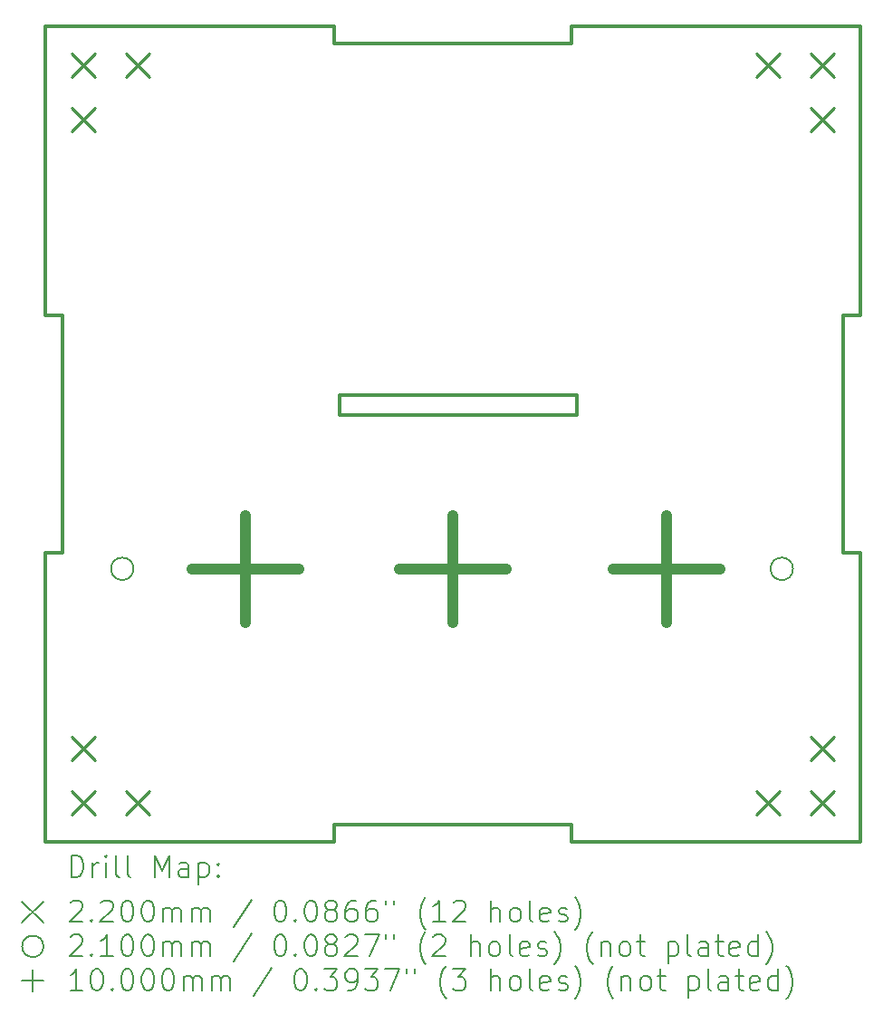
<source format=gbr>
%TF.GenerationSoftware,KiCad,Pcbnew,7.0.5-0*%
%TF.CreationDate,2024-04-21T21:04:38-04:00*%
%TF.ProjectId,swr_meter_top,7377725f-6d65-4746-9572-5f746f702e6b,rev?*%
%TF.SameCoordinates,Original*%
%TF.FileFunction,Drillmap*%
%TF.FilePolarity,Positive*%
%FSLAX45Y45*%
G04 Gerber Fmt 4.5, Leading zero omitted, Abs format (unit mm)*
G04 Created by KiCad (PCBNEW 7.0.5-0) date 2024-04-21 21:04:38*
%MOMM*%
%LPD*%
G01*
G04 APERTURE LIST*
%ADD10C,0.349999*%
%ADD11C,0.200000*%
%ADD12C,0.220000*%
%ADD13C,0.210000*%
%ADD14C,1.000000*%
G04 APERTURE END LIST*
D10*
X14920000Y-9999999D02*
X14920000Y-9839999D01*
X14920000Y-2539999D02*
X14920000Y-2379999D01*
X14920000Y-2379999D02*
X17620000Y-2379999D01*
X14970000Y-6009999D02*
X12750000Y-6009999D01*
X12700000Y-9839999D02*
X12700000Y-9999999D01*
X10000000Y-9999999D02*
X10000000Y-7299999D01*
X12700000Y-10000000D02*
X10000000Y-10000000D01*
X14970000Y-5829999D02*
X14970000Y-6009999D01*
X17460000Y-7299999D02*
X17620000Y-7299999D01*
X14920000Y-9839999D02*
X12700000Y-9839999D01*
X12750000Y-6009999D02*
X12750000Y-5829999D01*
X17460000Y-5079999D02*
X17460000Y-7299999D01*
X10000000Y-7299999D02*
X10160000Y-7299999D01*
X12700000Y-2379999D02*
X12700000Y-2539999D01*
X17620000Y-7299999D02*
X17620000Y-9999999D01*
X10160000Y-5079999D02*
X10000000Y-5079999D01*
X17620000Y-9999999D02*
X14920000Y-9999999D01*
X12750000Y-5829999D02*
X14970000Y-5829999D01*
X10000000Y-5079999D02*
X10000000Y-2380000D01*
X17620000Y-5079999D02*
X17460000Y-5079999D01*
X12700000Y-2539999D02*
X14920000Y-2539999D01*
X17620000Y-2380000D02*
X17620000Y-5079999D01*
X10160000Y-7299999D02*
X10160000Y-5079999D01*
X10000000Y-2380000D02*
X12700000Y-2380000D01*
D11*
D12*
X10241588Y-9017999D02*
X10461588Y-9237999D01*
X10461588Y-9017999D02*
X10241588Y-9237999D01*
X10241588Y-9525999D02*
X10461588Y-9745999D01*
X10461588Y-9525999D02*
X10241588Y-9745999D01*
X10248588Y-2632499D02*
X10468588Y-2852499D01*
X10468588Y-2632499D02*
X10248588Y-2852499D01*
X10248588Y-3140499D02*
X10468588Y-3360499D01*
X10468588Y-3140499D02*
X10248588Y-3360499D01*
X10749588Y-9525999D02*
X10969588Y-9745999D01*
X10969588Y-9525999D02*
X10749588Y-9745999D01*
X10756588Y-2632499D02*
X10976588Y-2852499D01*
X10976588Y-2632499D02*
X10756588Y-2852499D01*
X16646088Y-2631999D02*
X16866088Y-2851999D01*
X16866088Y-2631999D02*
X16646088Y-2851999D01*
X16646588Y-9525499D02*
X16866588Y-9745499D01*
X16866588Y-9525499D02*
X16646588Y-9745499D01*
X17154088Y-2631999D02*
X17374088Y-2851999D01*
X17374088Y-2631999D02*
X17154088Y-2851999D01*
X17154088Y-3139999D02*
X17374088Y-3359999D01*
X17374088Y-3139999D02*
X17154088Y-3359999D01*
X17154588Y-9017499D02*
X17374588Y-9237499D01*
X17374588Y-9017499D02*
X17154588Y-9237499D01*
X17154588Y-9525499D02*
X17374588Y-9745499D01*
X17374588Y-9525499D02*
X17154588Y-9745499D01*
D13*
X10823508Y-7449999D02*
G75*
G03*
X10823508Y-7449999I-105000J0D01*
G01*
X16989508Y-7449999D02*
G75*
G03*
X16989508Y-7449999I-105000J0D01*
G01*
D14*
X11870000Y-6949999D02*
X11870000Y-7949999D01*
X11370000Y-7449999D02*
X12370000Y-7449999D01*
X13806500Y-6949999D02*
X13806500Y-7949999D01*
X13306500Y-7449999D02*
X14306500Y-7449999D01*
X15806500Y-6949999D02*
X15806500Y-7949999D01*
X15306500Y-7449999D02*
X16306500Y-7449999D01*
D11*
X10243277Y-10328984D02*
X10243277Y-10128984D01*
X10243277Y-10128984D02*
X10290896Y-10128984D01*
X10290896Y-10128984D02*
X10319467Y-10138508D01*
X10319467Y-10138508D02*
X10338515Y-10157555D01*
X10338515Y-10157555D02*
X10348039Y-10176603D01*
X10348039Y-10176603D02*
X10357563Y-10214698D01*
X10357563Y-10214698D02*
X10357563Y-10243269D01*
X10357563Y-10243269D02*
X10348039Y-10281365D01*
X10348039Y-10281365D02*
X10338515Y-10300412D01*
X10338515Y-10300412D02*
X10319467Y-10319460D01*
X10319467Y-10319460D02*
X10290896Y-10328984D01*
X10290896Y-10328984D02*
X10243277Y-10328984D01*
X10443277Y-10328984D02*
X10443277Y-10195650D01*
X10443277Y-10233746D02*
X10452801Y-10214698D01*
X10452801Y-10214698D02*
X10462325Y-10205174D01*
X10462325Y-10205174D02*
X10481372Y-10195650D01*
X10481372Y-10195650D02*
X10500420Y-10195650D01*
X10567086Y-10328984D02*
X10567086Y-10195650D01*
X10567086Y-10128984D02*
X10557563Y-10138508D01*
X10557563Y-10138508D02*
X10567086Y-10148031D01*
X10567086Y-10148031D02*
X10576610Y-10138508D01*
X10576610Y-10138508D02*
X10567086Y-10128984D01*
X10567086Y-10128984D02*
X10567086Y-10148031D01*
X10690896Y-10328984D02*
X10671848Y-10319460D01*
X10671848Y-10319460D02*
X10662325Y-10300412D01*
X10662325Y-10300412D02*
X10662325Y-10128984D01*
X10795658Y-10328984D02*
X10776610Y-10319460D01*
X10776610Y-10319460D02*
X10767086Y-10300412D01*
X10767086Y-10300412D02*
X10767086Y-10128984D01*
X11024229Y-10328984D02*
X11024229Y-10128984D01*
X11024229Y-10128984D02*
X11090896Y-10271841D01*
X11090896Y-10271841D02*
X11157563Y-10128984D01*
X11157563Y-10128984D02*
X11157563Y-10328984D01*
X11338515Y-10328984D02*
X11338515Y-10224222D01*
X11338515Y-10224222D02*
X11328991Y-10205174D01*
X11328991Y-10205174D02*
X11309944Y-10195650D01*
X11309944Y-10195650D02*
X11271848Y-10195650D01*
X11271848Y-10195650D02*
X11252801Y-10205174D01*
X11338515Y-10319460D02*
X11319467Y-10328984D01*
X11319467Y-10328984D02*
X11271848Y-10328984D01*
X11271848Y-10328984D02*
X11252801Y-10319460D01*
X11252801Y-10319460D02*
X11243277Y-10300412D01*
X11243277Y-10300412D02*
X11243277Y-10281365D01*
X11243277Y-10281365D02*
X11252801Y-10262317D01*
X11252801Y-10262317D02*
X11271848Y-10252793D01*
X11271848Y-10252793D02*
X11319467Y-10252793D01*
X11319467Y-10252793D02*
X11338515Y-10243269D01*
X11433753Y-10195650D02*
X11433753Y-10395650D01*
X11433753Y-10205174D02*
X11452801Y-10195650D01*
X11452801Y-10195650D02*
X11490896Y-10195650D01*
X11490896Y-10195650D02*
X11509944Y-10205174D01*
X11509944Y-10205174D02*
X11519467Y-10214698D01*
X11519467Y-10214698D02*
X11528991Y-10233746D01*
X11528991Y-10233746D02*
X11528991Y-10290888D01*
X11528991Y-10290888D02*
X11519467Y-10309936D01*
X11519467Y-10309936D02*
X11509944Y-10319460D01*
X11509944Y-10319460D02*
X11490896Y-10328984D01*
X11490896Y-10328984D02*
X11452801Y-10328984D01*
X11452801Y-10328984D02*
X11433753Y-10319460D01*
X11614705Y-10309936D02*
X11624229Y-10319460D01*
X11624229Y-10319460D02*
X11614705Y-10328984D01*
X11614705Y-10328984D02*
X11605182Y-10319460D01*
X11605182Y-10319460D02*
X11614705Y-10309936D01*
X11614705Y-10309936D02*
X11614705Y-10328984D01*
X11614705Y-10205174D02*
X11624229Y-10214698D01*
X11624229Y-10214698D02*
X11614705Y-10224222D01*
X11614705Y-10224222D02*
X11605182Y-10214698D01*
X11605182Y-10214698D02*
X11614705Y-10205174D01*
X11614705Y-10205174D02*
X11614705Y-10224222D01*
X9782500Y-10557500D02*
X9982500Y-10757500D01*
X9982500Y-10557500D02*
X9782500Y-10757500D01*
X10233753Y-10568031D02*
X10243277Y-10558508D01*
X10243277Y-10558508D02*
X10262325Y-10548984D01*
X10262325Y-10548984D02*
X10309944Y-10548984D01*
X10309944Y-10548984D02*
X10328991Y-10558508D01*
X10328991Y-10558508D02*
X10338515Y-10568031D01*
X10338515Y-10568031D02*
X10348039Y-10587079D01*
X10348039Y-10587079D02*
X10348039Y-10606127D01*
X10348039Y-10606127D02*
X10338515Y-10634698D01*
X10338515Y-10634698D02*
X10224229Y-10748984D01*
X10224229Y-10748984D02*
X10348039Y-10748984D01*
X10433753Y-10729936D02*
X10443277Y-10739460D01*
X10443277Y-10739460D02*
X10433753Y-10748984D01*
X10433753Y-10748984D02*
X10424229Y-10739460D01*
X10424229Y-10739460D02*
X10433753Y-10729936D01*
X10433753Y-10729936D02*
X10433753Y-10748984D01*
X10519467Y-10568031D02*
X10528991Y-10558508D01*
X10528991Y-10558508D02*
X10548039Y-10548984D01*
X10548039Y-10548984D02*
X10595658Y-10548984D01*
X10595658Y-10548984D02*
X10614706Y-10558508D01*
X10614706Y-10558508D02*
X10624229Y-10568031D01*
X10624229Y-10568031D02*
X10633753Y-10587079D01*
X10633753Y-10587079D02*
X10633753Y-10606127D01*
X10633753Y-10606127D02*
X10624229Y-10634698D01*
X10624229Y-10634698D02*
X10509944Y-10748984D01*
X10509944Y-10748984D02*
X10633753Y-10748984D01*
X10757563Y-10548984D02*
X10776610Y-10548984D01*
X10776610Y-10548984D02*
X10795658Y-10558508D01*
X10795658Y-10558508D02*
X10805182Y-10568031D01*
X10805182Y-10568031D02*
X10814706Y-10587079D01*
X10814706Y-10587079D02*
X10824229Y-10625174D01*
X10824229Y-10625174D02*
X10824229Y-10672793D01*
X10824229Y-10672793D02*
X10814706Y-10710888D01*
X10814706Y-10710888D02*
X10805182Y-10729936D01*
X10805182Y-10729936D02*
X10795658Y-10739460D01*
X10795658Y-10739460D02*
X10776610Y-10748984D01*
X10776610Y-10748984D02*
X10757563Y-10748984D01*
X10757563Y-10748984D02*
X10738515Y-10739460D01*
X10738515Y-10739460D02*
X10728991Y-10729936D01*
X10728991Y-10729936D02*
X10719467Y-10710888D01*
X10719467Y-10710888D02*
X10709944Y-10672793D01*
X10709944Y-10672793D02*
X10709944Y-10625174D01*
X10709944Y-10625174D02*
X10719467Y-10587079D01*
X10719467Y-10587079D02*
X10728991Y-10568031D01*
X10728991Y-10568031D02*
X10738515Y-10558508D01*
X10738515Y-10558508D02*
X10757563Y-10548984D01*
X10948039Y-10548984D02*
X10967087Y-10548984D01*
X10967087Y-10548984D02*
X10986134Y-10558508D01*
X10986134Y-10558508D02*
X10995658Y-10568031D01*
X10995658Y-10568031D02*
X11005182Y-10587079D01*
X11005182Y-10587079D02*
X11014706Y-10625174D01*
X11014706Y-10625174D02*
X11014706Y-10672793D01*
X11014706Y-10672793D02*
X11005182Y-10710888D01*
X11005182Y-10710888D02*
X10995658Y-10729936D01*
X10995658Y-10729936D02*
X10986134Y-10739460D01*
X10986134Y-10739460D02*
X10967087Y-10748984D01*
X10967087Y-10748984D02*
X10948039Y-10748984D01*
X10948039Y-10748984D02*
X10928991Y-10739460D01*
X10928991Y-10739460D02*
X10919467Y-10729936D01*
X10919467Y-10729936D02*
X10909944Y-10710888D01*
X10909944Y-10710888D02*
X10900420Y-10672793D01*
X10900420Y-10672793D02*
X10900420Y-10625174D01*
X10900420Y-10625174D02*
X10909944Y-10587079D01*
X10909944Y-10587079D02*
X10919467Y-10568031D01*
X10919467Y-10568031D02*
X10928991Y-10558508D01*
X10928991Y-10558508D02*
X10948039Y-10548984D01*
X11100420Y-10748984D02*
X11100420Y-10615650D01*
X11100420Y-10634698D02*
X11109944Y-10625174D01*
X11109944Y-10625174D02*
X11128991Y-10615650D01*
X11128991Y-10615650D02*
X11157563Y-10615650D01*
X11157563Y-10615650D02*
X11176610Y-10625174D01*
X11176610Y-10625174D02*
X11186134Y-10644222D01*
X11186134Y-10644222D02*
X11186134Y-10748984D01*
X11186134Y-10644222D02*
X11195658Y-10625174D01*
X11195658Y-10625174D02*
X11214705Y-10615650D01*
X11214705Y-10615650D02*
X11243277Y-10615650D01*
X11243277Y-10615650D02*
X11262325Y-10625174D01*
X11262325Y-10625174D02*
X11271848Y-10644222D01*
X11271848Y-10644222D02*
X11271848Y-10748984D01*
X11367086Y-10748984D02*
X11367086Y-10615650D01*
X11367086Y-10634698D02*
X11376610Y-10625174D01*
X11376610Y-10625174D02*
X11395658Y-10615650D01*
X11395658Y-10615650D02*
X11424229Y-10615650D01*
X11424229Y-10615650D02*
X11443277Y-10625174D01*
X11443277Y-10625174D02*
X11452801Y-10644222D01*
X11452801Y-10644222D02*
X11452801Y-10748984D01*
X11452801Y-10644222D02*
X11462325Y-10625174D01*
X11462325Y-10625174D02*
X11481372Y-10615650D01*
X11481372Y-10615650D02*
X11509944Y-10615650D01*
X11509944Y-10615650D02*
X11528991Y-10625174D01*
X11528991Y-10625174D02*
X11538515Y-10644222D01*
X11538515Y-10644222D02*
X11538515Y-10748984D01*
X11928991Y-10539460D02*
X11757563Y-10796603D01*
X12186134Y-10548984D02*
X12205182Y-10548984D01*
X12205182Y-10548984D02*
X12224229Y-10558508D01*
X12224229Y-10558508D02*
X12233753Y-10568031D01*
X12233753Y-10568031D02*
X12243277Y-10587079D01*
X12243277Y-10587079D02*
X12252801Y-10625174D01*
X12252801Y-10625174D02*
X12252801Y-10672793D01*
X12252801Y-10672793D02*
X12243277Y-10710888D01*
X12243277Y-10710888D02*
X12233753Y-10729936D01*
X12233753Y-10729936D02*
X12224229Y-10739460D01*
X12224229Y-10739460D02*
X12205182Y-10748984D01*
X12205182Y-10748984D02*
X12186134Y-10748984D01*
X12186134Y-10748984D02*
X12167087Y-10739460D01*
X12167087Y-10739460D02*
X12157563Y-10729936D01*
X12157563Y-10729936D02*
X12148039Y-10710888D01*
X12148039Y-10710888D02*
X12138515Y-10672793D01*
X12138515Y-10672793D02*
X12138515Y-10625174D01*
X12138515Y-10625174D02*
X12148039Y-10587079D01*
X12148039Y-10587079D02*
X12157563Y-10568031D01*
X12157563Y-10568031D02*
X12167087Y-10558508D01*
X12167087Y-10558508D02*
X12186134Y-10548984D01*
X12338515Y-10729936D02*
X12348039Y-10739460D01*
X12348039Y-10739460D02*
X12338515Y-10748984D01*
X12338515Y-10748984D02*
X12328991Y-10739460D01*
X12328991Y-10739460D02*
X12338515Y-10729936D01*
X12338515Y-10729936D02*
X12338515Y-10748984D01*
X12471848Y-10548984D02*
X12490896Y-10548984D01*
X12490896Y-10548984D02*
X12509944Y-10558508D01*
X12509944Y-10558508D02*
X12519468Y-10568031D01*
X12519468Y-10568031D02*
X12528991Y-10587079D01*
X12528991Y-10587079D02*
X12538515Y-10625174D01*
X12538515Y-10625174D02*
X12538515Y-10672793D01*
X12538515Y-10672793D02*
X12528991Y-10710888D01*
X12528991Y-10710888D02*
X12519468Y-10729936D01*
X12519468Y-10729936D02*
X12509944Y-10739460D01*
X12509944Y-10739460D02*
X12490896Y-10748984D01*
X12490896Y-10748984D02*
X12471848Y-10748984D01*
X12471848Y-10748984D02*
X12452801Y-10739460D01*
X12452801Y-10739460D02*
X12443277Y-10729936D01*
X12443277Y-10729936D02*
X12433753Y-10710888D01*
X12433753Y-10710888D02*
X12424229Y-10672793D01*
X12424229Y-10672793D02*
X12424229Y-10625174D01*
X12424229Y-10625174D02*
X12433753Y-10587079D01*
X12433753Y-10587079D02*
X12443277Y-10568031D01*
X12443277Y-10568031D02*
X12452801Y-10558508D01*
X12452801Y-10558508D02*
X12471848Y-10548984D01*
X12652801Y-10634698D02*
X12633753Y-10625174D01*
X12633753Y-10625174D02*
X12624229Y-10615650D01*
X12624229Y-10615650D02*
X12614706Y-10596603D01*
X12614706Y-10596603D02*
X12614706Y-10587079D01*
X12614706Y-10587079D02*
X12624229Y-10568031D01*
X12624229Y-10568031D02*
X12633753Y-10558508D01*
X12633753Y-10558508D02*
X12652801Y-10548984D01*
X12652801Y-10548984D02*
X12690896Y-10548984D01*
X12690896Y-10548984D02*
X12709944Y-10558508D01*
X12709944Y-10558508D02*
X12719468Y-10568031D01*
X12719468Y-10568031D02*
X12728991Y-10587079D01*
X12728991Y-10587079D02*
X12728991Y-10596603D01*
X12728991Y-10596603D02*
X12719468Y-10615650D01*
X12719468Y-10615650D02*
X12709944Y-10625174D01*
X12709944Y-10625174D02*
X12690896Y-10634698D01*
X12690896Y-10634698D02*
X12652801Y-10634698D01*
X12652801Y-10634698D02*
X12633753Y-10644222D01*
X12633753Y-10644222D02*
X12624229Y-10653746D01*
X12624229Y-10653746D02*
X12614706Y-10672793D01*
X12614706Y-10672793D02*
X12614706Y-10710888D01*
X12614706Y-10710888D02*
X12624229Y-10729936D01*
X12624229Y-10729936D02*
X12633753Y-10739460D01*
X12633753Y-10739460D02*
X12652801Y-10748984D01*
X12652801Y-10748984D02*
X12690896Y-10748984D01*
X12690896Y-10748984D02*
X12709944Y-10739460D01*
X12709944Y-10739460D02*
X12719468Y-10729936D01*
X12719468Y-10729936D02*
X12728991Y-10710888D01*
X12728991Y-10710888D02*
X12728991Y-10672793D01*
X12728991Y-10672793D02*
X12719468Y-10653746D01*
X12719468Y-10653746D02*
X12709944Y-10644222D01*
X12709944Y-10644222D02*
X12690896Y-10634698D01*
X12900420Y-10548984D02*
X12862325Y-10548984D01*
X12862325Y-10548984D02*
X12843277Y-10558508D01*
X12843277Y-10558508D02*
X12833753Y-10568031D01*
X12833753Y-10568031D02*
X12814706Y-10596603D01*
X12814706Y-10596603D02*
X12805182Y-10634698D01*
X12805182Y-10634698D02*
X12805182Y-10710888D01*
X12805182Y-10710888D02*
X12814706Y-10729936D01*
X12814706Y-10729936D02*
X12824229Y-10739460D01*
X12824229Y-10739460D02*
X12843277Y-10748984D01*
X12843277Y-10748984D02*
X12881372Y-10748984D01*
X12881372Y-10748984D02*
X12900420Y-10739460D01*
X12900420Y-10739460D02*
X12909944Y-10729936D01*
X12909944Y-10729936D02*
X12919468Y-10710888D01*
X12919468Y-10710888D02*
X12919468Y-10663269D01*
X12919468Y-10663269D02*
X12909944Y-10644222D01*
X12909944Y-10644222D02*
X12900420Y-10634698D01*
X12900420Y-10634698D02*
X12881372Y-10625174D01*
X12881372Y-10625174D02*
X12843277Y-10625174D01*
X12843277Y-10625174D02*
X12824229Y-10634698D01*
X12824229Y-10634698D02*
X12814706Y-10644222D01*
X12814706Y-10644222D02*
X12805182Y-10663269D01*
X13090896Y-10548984D02*
X13052801Y-10548984D01*
X13052801Y-10548984D02*
X13033753Y-10558508D01*
X13033753Y-10558508D02*
X13024229Y-10568031D01*
X13024229Y-10568031D02*
X13005182Y-10596603D01*
X13005182Y-10596603D02*
X12995658Y-10634698D01*
X12995658Y-10634698D02*
X12995658Y-10710888D01*
X12995658Y-10710888D02*
X13005182Y-10729936D01*
X13005182Y-10729936D02*
X13014706Y-10739460D01*
X13014706Y-10739460D02*
X13033753Y-10748984D01*
X13033753Y-10748984D02*
X13071849Y-10748984D01*
X13071849Y-10748984D02*
X13090896Y-10739460D01*
X13090896Y-10739460D02*
X13100420Y-10729936D01*
X13100420Y-10729936D02*
X13109944Y-10710888D01*
X13109944Y-10710888D02*
X13109944Y-10663269D01*
X13109944Y-10663269D02*
X13100420Y-10644222D01*
X13100420Y-10644222D02*
X13090896Y-10634698D01*
X13090896Y-10634698D02*
X13071849Y-10625174D01*
X13071849Y-10625174D02*
X13033753Y-10625174D01*
X13033753Y-10625174D02*
X13014706Y-10634698D01*
X13014706Y-10634698D02*
X13005182Y-10644222D01*
X13005182Y-10644222D02*
X12995658Y-10663269D01*
X13186134Y-10548984D02*
X13186134Y-10587079D01*
X13262325Y-10548984D02*
X13262325Y-10587079D01*
X13557563Y-10825174D02*
X13548039Y-10815650D01*
X13548039Y-10815650D02*
X13528991Y-10787079D01*
X13528991Y-10787079D02*
X13519468Y-10768031D01*
X13519468Y-10768031D02*
X13509944Y-10739460D01*
X13509944Y-10739460D02*
X13500420Y-10691841D01*
X13500420Y-10691841D02*
X13500420Y-10653746D01*
X13500420Y-10653746D02*
X13509944Y-10606127D01*
X13509944Y-10606127D02*
X13519468Y-10577555D01*
X13519468Y-10577555D02*
X13528991Y-10558508D01*
X13528991Y-10558508D02*
X13548039Y-10529936D01*
X13548039Y-10529936D02*
X13557563Y-10520412D01*
X13738515Y-10748984D02*
X13624230Y-10748984D01*
X13681372Y-10748984D02*
X13681372Y-10548984D01*
X13681372Y-10548984D02*
X13662325Y-10577555D01*
X13662325Y-10577555D02*
X13643277Y-10596603D01*
X13643277Y-10596603D02*
X13624230Y-10606127D01*
X13814706Y-10568031D02*
X13824230Y-10558508D01*
X13824230Y-10558508D02*
X13843277Y-10548984D01*
X13843277Y-10548984D02*
X13890896Y-10548984D01*
X13890896Y-10548984D02*
X13909944Y-10558508D01*
X13909944Y-10558508D02*
X13919468Y-10568031D01*
X13919468Y-10568031D02*
X13928991Y-10587079D01*
X13928991Y-10587079D02*
X13928991Y-10606127D01*
X13928991Y-10606127D02*
X13919468Y-10634698D01*
X13919468Y-10634698D02*
X13805182Y-10748984D01*
X13805182Y-10748984D02*
X13928991Y-10748984D01*
X14167087Y-10748984D02*
X14167087Y-10548984D01*
X14252801Y-10748984D02*
X14252801Y-10644222D01*
X14252801Y-10644222D02*
X14243277Y-10625174D01*
X14243277Y-10625174D02*
X14224230Y-10615650D01*
X14224230Y-10615650D02*
X14195658Y-10615650D01*
X14195658Y-10615650D02*
X14176611Y-10625174D01*
X14176611Y-10625174D02*
X14167087Y-10634698D01*
X14376611Y-10748984D02*
X14357563Y-10739460D01*
X14357563Y-10739460D02*
X14348039Y-10729936D01*
X14348039Y-10729936D02*
X14338515Y-10710888D01*
X14338515Y-10710888D02*
X14338515Y-10653746D01*
X14338515Y-10653746D02*
X14348039Y-10634698D01*
X14348039Y-10634698D02*
X14357563Y-10625174D01*
X14357563Y-10625174D02*
X14376611Y-10615650D01*
X14376611Y-10615650D02*
X14405182Y-10615650D01*
X14405182Y-10615650D02*
X14424230Y-10625174D01*
X14424230Y-10625174D02*
X14433753Y-10634698D01*
X14433753Y-10634698D02*
X14443277Y-10653746D01*
X14443277Y-10653746D02*
X14443277Y-10710888D01*
X14443277Y-10710888D02*
X14433753Y-10729936D01*
X14433753Y-10729936D02*
X14424230Y-10739460D01*
X14424230Y-10739460D02*
X14405182Y-10748984D01*
X14405182Y-10748984D02*
X14376611Y-10748984D01*
X14557563Y-10748984D02*
X14538515Y-10739460D01*
X14538515Y-10739460D02*
X14528992Y-10720412D01*
X14528992Y-10720412D02*
X14528992Y-10548984D01*
X14709944Y-10739460D02*
X14690896Y-10748984D01*
X14690896Y-10748984D02*
X14652801Y-10748984D01*
X14652801Y-10748984D02*
X14633753Y-10739460D01*
X14633753Y-10739460D02*
X14624230Y-10720412D01*
X14624230Y-10720412D02*
X14624230Y-10644222D01*
X14624230Y-10644222D02*
X14633753Y-10625174D01*
X14633753Y-10625174D02*
X14652801Y-10615650D01*
X14652801Y-10615650D02*
X14690896Y-10615650D01*
X14690896Y-10615650D02*
X14709944Y-10625174D01*
X14709944Y-10625174D02*
X14719468Y-10644222D01*
X14719468Y-10644222D02*
X14719468Y-10663269D01*
X14719468Y-10663269D02*
X14624230Y-10682317D01*
X14795658Y-10739460D02*
X14814706Y-10748984D01*
X14814706Y-10748984D02*
X14852801Y-10748984D01*
X14852801Y-10748984D02*
X14871849Y-10739460D01*
X14871849Y-10739460D02*
X14881373Y-10720412D01*
X14881373Y-10720412D02*
X14881373Y-10710888D01*
X14881373Y-10710888D02*
X14871849Y-10691841D01*
X14871849Y-10691841D02*
X14852801Y-10682317D01*
X14852801Y-10682317D02*
X14824230Y-10682317D01*
X14824230Y-10682317D02*
X14805182Y-10672793D01*
X14805182Y-10672793D02*
X14795658Y-10653746D01*
X14795658Y-10653746D02*
X14795658Y-10644222D01*
X14795658Y-10644222D02*
X14805182Y-10625174D01*
X14805182Y-10625174D02*
X14824230Y-10615650D01*
X14824230Y-10615650D02*
X14852801Y-10615650D01*
X14852801Y-10615650D02*
X14871849Y-10625174D01*
X14948039Y-10825174D02*
X14957563Y-10815650D01*
X14957563Y-10815650D02*
X14976611Y-10787079D01*
X14976611Y-10787079D02*
X14986134Y-10768031D01*
X14986134Y-10768031D02*
X14995658Y-10739460D01*
X14995658Y-10739460D02*
X15005182Y-10691841D01*
X15005182Y-10691841D02*
X15005182Y-10653746D01*
X15005182Y-10653746D02*
X14995658Y-10606127D01*
X14995658Y-10606127D02*
X14986134Y-10577555D01*
X14986134Y-10577555D02*
X14976611Y-10558508D01*
X14976611Y-10558508D02*
X14957563Y-10529936D01*
X14957563Y-10529936D02*
X14948039Y-10520412D01*
X9982500Y-10977500D02*
G75*
G03*
X9982500Y-10977500I-100000J0D01*
G01*
X10233753Y-10888031D02*
X10243277Y-10878508D01*
X10243277Y-10878508D02*
X10262325Y-10868984D01*
X10262325Y-10868984D02*
X10309944Y-10868984D01*
X10309944Y-10868984D02*
X10328991Y-10878508D01*
X10328991Y-10878508D02*
X10338515Y-10888031D01*
X10338515Y-10888031D02*
X10348039Y-10907079D01*
X10348039Y-10907079D02*
X10348039Y-10926127D01*
X10348039Y-10926127D02*
X10338515Y-10954698D01*
X10338515Y-10954698D02*
X10224229Y-11068984D01*
X10224229Y-11068984D02*
X10348039Y-11068984D01*
X10433753Y-11049936D02*
X10443277Y-11059460D01*
X10443277Y-11059460D02*
X10433753Y-11068984D01*
X10433753Y-11068984D02*
X10424229Y-11059460D01*
X10424229Y-11059460D02*
X10433753Y-11049936D01*
X10433753Y-11049936D02*
X10433753Y-11068984D01*
X10633753Y-11068984D02*
X10519467Y-11068984D01*
X10576610Y-11068984D02*
X10576610Y-10868984D01*
X10576610Y-10868984D02*
X10557563Y-10897555D01*
X10557563Y-10897555D02*
X10538515Y-10916603D01*
X10538515Y-10916603D02*
X10519467Y-10926127D01*
X10757563Y-10868984D02*
X10776610Y-10868984D01*
X10776610Y-10868984D02*
X10795658Y-10878508D01*
X10795658Y-10878508D02*
X10805182Y-10888031D01*
X10805182Y-10888031D02*
X10814706Y-10907079D01*
X10814706Y-10907079D02*
X10824229Y-10945174D01*
X10824229Y-10945174D02*
X10824229Y-10992793D01*
X10824229Y-10992793D02*
X10814706Y-11030888D01*
X10814706Y-11030888D02*
X10805182Y-11049936D01*
X10805182Y-11049936D02*
X10795658Y-11059460D01*
X10795658Y-11059460D02*
X10776610Y-11068984D01*
X10776610Y-11068984D02*
X10757563Y-11068984D01*
X10757563Y-11068984D02*
X10738515Y-11059460D01*
X10738515Y-11059460D02*
X10728991Y-11049936D01*
X10728991Y-11049936D02*
X10719467Y-11030888D01*
X10719467Y-11030888D02*
X10709944Y-10992793D01*
X10709944Y-10992793D02*
X10709944Y-10945174D01*
X10709944Y-10945174D02*
X10719467Y-10907079D01*
X10719467Y-10907079D02*
X10728991Y-10888031D01*
X10728991Y-10888031D02*
X10738515Y-10878508D01*
X10738515Y-10878508D02*
X10757563Y-10868984D01*
X10948039Y-10868984D02*
X10967087Y-10868984D01*
X10967087Y-10868984D02*
X10986134Y-10878508D01*
X10986134Y-10878508D02*
X10995658Y-10888031D01*
X10995658Y-10888031D02*
X11005182Y-10907079D01*
X11005182Y-10907079D02*
X11014706Y-10945174D01*
X11014706Y-10945174D02*
X11014706Y-10992793D01*
X11014706Y-10992793D02*
X11005182Y-11030888D01*
X11005182Y-11030888D02*
X10995658Y-11049936D01*
X10995658Y-11049936D02*
X10986134Y-11059460D01*
X10986134Y-11059460D02*
X10967087Y-11068984D01*
X10967087Y-11068984D02*
X10948039Y-11068984D01*
X10948039Y-11068984D02*
X10928991Y-11059460D01*
X10928991Y-11059460D02*
X10919467Y-11049936D01*
X10919467Y-11049936D02*
X10909944Y-11030888D01*
X10909944Y-11030888D02*
X10900420Y-10992793D01*
X10900420Y-10992793D02*
X10900420Y-10945174D01*
X10900420Y-10945174D02*
X10909944Y-10907079D01*
X10909944Y-10907079D02*
X10919467Y-10888031D01*
X10919467Y-10888031D02*
X10928991Y-10878508D01*
X10928991Y-10878508D02*
X10948039Y-10868984D01*
X11100420Y-11068984D02*
X11100420Y-10935650D01*
X11100420Y-10954698D02*
X11109944Y-10945174D01*
X11109944Y-10945174D02*
X11128991Y-10935650D01*
X11128991Y-10935650D02*
X11157563Y-10935650D01*
X11157563Y-10935650D02*
X11176610Y-10945174D01*
X11176610Y-10945174D02*
X11186134Y-10964222D01*
X11186134Y-10964222D02*
X11186134Y-11068984D01*
X11186134Y-10964222D02*
X11195658Y-10945174D01*
X11195658Y-10945174D02*
X11214705Y-10935650D01*
X11214705Y-10935650D02*
X11243277Y-10935650D01*
X11243277Y-10935650D02*
X11262325Y-10945174D01*
X11262325Y-10945174D02*
X11271848Y-10964222D01*
X11271848Y-10964222D02*
X11271848Y-11068984D01*
X11367086Y-11068984D02*
X11367086Y-10935650D01*
X11367086Y-10954698D02*
X11376610Y-10945174D01*
X11376610Y-10945174D02*
X11395658Y-10935650D01*
X11395658Y-10935650D02*
X11424229Y-10935650D01*
X11424229Y-10935650D02*
X11443277Y-10945174D01*
X11443277Y-10945174D02*
X11452801Y-10964222D01*
X11452801Y-10964222D02*
X11452801Y-11068984D01*
X11452801Y-10964222D02*
X11462325Y-10945174D01*
X11462325Y-10945174D02*
X11481372Y-10935650D01*
X11481372Y-10935650D02*
X11509944Y-10935650D01*
X11509944Y-10935650D02*
X11528991Y-10945174D01*
X11528991Y-10945174D02*
X11538515Y-10964222D01*
X11538515Y-10964222D02*
X11538515Y-11068984D01*
X11928991Y-10859460D02*
X11757563Y-11116603D01*
X12186134Y-10868984D02*
X12205182Y-10868984D01*
X12205182Y-10868984D02*
X12224229Y-10878508D01*
X12224229Y-10878508D02*
X12233753Y-10888031D01*
X12233753Y-10888031D02*
X12243277Y-10907079D01*
X12243277Y-10907079D02*
X12252801Y-10945174D01*
X12252801Y-10945174D02*
X12252801Y-10992793D01*
X12252801Y-10992793D02*
X12243277Y-11030888D01*
X12243277Y-11030888D02*
X12233753Y-11049936D01*
X12233753Y-11049936D02*
X12224229Y-11059460D01*
X12224229Y-11059460D02*
X12205182Y-11068984D01*
X12205182Y-11068984D02*
X12186134Y-11068984D01*
X12186134Y-11068984D02*
X12167087Y-11059460D01*
X12167087Y-11059460D02*
X12157563Y-11049936D01*
X12157563Y-11049936D02*
X12148039Y-11030888D01*
X12148039Y-11030888D02*
X12138515Y-10992793D01*
X12138515Y-10992793D02*
X12138515Y-10945174D01*
X12138515Y-10945174D02*
X12148039Y-10907079D01*
X12148039Y-10907079D02*
X12157563Y-10888031D01*
X12157563Y-10888031D02*
X12167087Y-10878508D01*
X12167087Y-10878508D02*
X12186134Y-10868984D01*
X12338515Y-11049936D02*
X12348039Y-11059460D01*
X12348039Y-11059460D02*
X12338515Y-11068984D01*
X12338515Y-11068984D02*
X12328991Y-11059460D01*
X12328991Y-11059460D02*
X12338515Y-11049936D01*
X12338515Y-11049936D02*
X12338515Y-11068984D01*
X12471848Y-10868984D02*
X12490896Y-10868984D01*
X12490896Y-10868984D02*
X12509944Y-10878508D01*
X12509944Y-10878508D02*
X12519468Y-10888031D01*
X12519468Y-10888031D02*
X12528991Y-10907079D01*
X12528991Y-10907079D02*
X12538515Y-10945174D01*
X12538515Y-10945174D02*
X12538515Y-10992793D01*
X12538515Y-10992793D02*
X12528991Y-11030888D01*
X12528991Y-11030888D02*
X12519468Y-11049936D01*
X12519468Y-11049936D02*
X12509944Y-11059460D01*
X12509944Y-11059460D02*
X12490896Y-11068984D01*
X12490896Y-11068984D02*
X12471848Y-11068984D01*
X12471848Y-11068984D02*
X12452801Y-11059460D01*
X12452801Y-11059460D02*
X12443277Y-11049936D01*
X12443277Y-11049936D02*
X12433753Y-11030888D01*
X12433753Y-11030888D02*
X12424229Y-10992793D01*
X12424229Y-10992793D02*
X12424229Y-10945174D01*
X12424229Y-10945174D02*
X12433753Y-10907079D01*
X12433753Y-10907079D02*
X12443277Y-10888031D01*
X12443277Y-10888031D02*
X12452801Y-10878508D01*
X12452801Y-10878508D02*
X12471848Y-10868984D01*
X12652801Y-10954698D02*
X12633753Y-10945174D01*
X12633753Y-10945174D02*
X12624229Y-10935650D01*
X12624229Y-10935650D02*
X12614706Y-10916603D01*
X12614706Y-10916603D02*
X12614706Y-10907079D01*
X12614706Y-10907079D02*
X12624229Y-10888031D01*
X12624229Y-10888031D02*
X12633753Y-10878508D01*
X12633753Y-10878508D02*
X12652801Y-10868984D01*
X12652801Y-10868984D02*
X12690896Y-10868984D01*
X12690896Y-10868984D02*
X12709944Y-10878508D01*
X12709944Y-10878508D02*
X12719468Y-10888031D01*
X12719468Y-10888031D02*
X12728991Y-10907079D01*
X12728991Y-10907079D02*
X12728991Y-10916603D01*
X12728991Y-10916603D02*
X12719468Y-10935650D01*
X12719468Y-10935650D02*
X12709944Y-10945174D01*
X12709944Y-10945174D02*
X12690896Y-10954698D01*
X12690896Y-10954698D02*
X12652801Y-10954698D01*
X12652801Y-10954698D02*
X12633753Y-10964222D01*
X12633753Y-10964222D02*
X12624229Y-10973746D01*
X12624229Y-10973746D02*
X12614706Y-10992793D01*
X12614706Y-10992793D02*
X12614706Y-11030888D01*
X12614706Y-11030888D02*
X12624229Y-11049936D01*
X12624229Y-11049936D02*
X12633753Y-11059460D01*
X12633753Y-11059460D02*
X12652801Y-11068984D01*
X12652801Y-11068984D02*
X12690896Y-11068984D01*
X12690896Y-11068984D02*
X12709944Y-11059460D01*
X12709944Y-11059460D02*
X12719468Y-11049936D01*
X12719468Y-11049936D02*
X12728991Y-11030888D01*
X12728991Y-11030888D02*
X12728991Y-10992793D01*
X12728991Y-10992793D02*
X12719468Y-10973746D01*
X12719468Y-10973746D02*
X12709944Y-10964222D01*
X12709944Y-10964222D02*
X12690896Y-10954698D01*
X12805182Y-10888031D02*
X12814706Y-10878508D01*
X12814706Y-10878508D02*
X12833753Y-10868984D01*
X12833753Y-10868984D02*
X12881372Y-10868984D01*
X12881372Y-10868984D02*
X12900420Y-10878508D01*
X12900420Y-10878508D02*
X12909944Y-10888031D01*
X12909944Y-10888031D02*
X12919468Y-10907079D01*
X12919468Y-10907079D02*
X12919468Y-10926127D01*
X12919468Y-10926127D02*
X12909944Y-10954698D01*
X12909944Y-10954698D02*
X12795658Y-11068984D01*
X12795658Y-11068984D02*
X12919468Y-11068984D01*
X12986134Y-10868984D02*
X13119468Y-10868984D01*
X13119468Y-10868984D02*
X13033753Y-11068984D01*
X13186134Y-10868984D02*
X13186134Y-10907079D01*
X13262325Y-10868984D02*
X13262325Y-10907079D01*
X13557563Y-11145174D02*
X13548039Y-11135650D01*
X13548039Y-11135650D02*
X13528991Y-11107079D01*
X13528991Y-11107079D02*
X13519468Y-11088031D01*
X13519468Y-11088031D02*
X13509944Y-11059460D01*
X13509944Y-11059460D02*
X13500420Y-11011841D01*
X13500420Y-11011841D02*
X13500420Y-10973746D01*
X13500420Y-10973746D02*
X13509944Y-10926127D01*
X13509944Y-10926127D02*
X13519468Y-10897555D01*
X13519468Y-10897555D02*
X13528991Y-10878508D01*
X13528991Y-10878508D02*
X13548039Y-10849936D01*
X13548039Y-10849936D02*
X13557563Y-10840412D01*
X13624230Y-10888031D02*
X13633753Y-10878508D01*
X13633753Y-10878508D02*
X13652801Y-10868984D01*
X13652801Y-10868984D02*
X13700420Y-10868984D01*
X13700420Y-10868984D02*
X13719468Y-10878508D01*
X13719468Y-10878508D02*
X13728991Y-10888031D01*
X13728991Y-10888031D02*
X13738515Y-10907079D01*
X13738515Y-10907079D02*
X13738515Y-10926127D01*
X13738515Y-10926127D02*
X13728991Y-10954698D01*
X13728991Y-10954698D02*
X13614706Y-11068984D01*
X13614706Y-11068984D02*
X13738515Y-11068984D01*
X13976611Y-11068984D02*
X13976611Y-10868984D01*
X14062325Y-11068984D02*
X14062325Y-10964222D01*
X14062325Y-10964222D02*
X14052801Y-10945174D01*
X14052801Y-10945174D02*
X14033753Y-10935650D01*
X14033753Y-10935650D02*
X14005182Y-10935650D01*
X14005182Y-10935650D02*
X13986134Y-10945174D01*
X13986134Y-10945174D02*
X13976611Y-10954698D01*
X14186134Y-11068984D02*
X14167087Y-11059460D01*
X14167087Y-11059460D02*
X14157563Y-11049936D01*
X14157563Y-11049936D02*
X14148039Y-11030888D01*
X14148039Y-11030888D02*
X14148039Y-10973746D01*
X14148039Y-10973746D02*
X14157563Y-10954698D01*
X14157563Y-10954698D02*
X14167087Y-10945174D01*
X14167087Y-10945174D02*
X14186134Y-10935650D01*
X14186134Y-10935650D02*
X14214706Y-10935650D01*
X14214706Y-10935650D02*
X14233753Y-10945174D01*
X14233753Y-10945174D02*
X14243277Y-10954698D01*
X14243277Y-10954698D02*
X14252801Y-10973746D01*
X14252801Y-10973746D02*
X14252801Y-11030888D01*
X14252801Y-11030888D02*
X14243277Y-11049936D01*
X14243277Y-11049936D02*
X14233753Y-11059460D01*
X14233753Y-11059460D02*
X14214706Y-11068984D01*
X14214706Y-11068984D02*
X14186134Y-11068984D01*
X14367087Y-11068984D02*
X14348039Y-11059460D01*
X14348039Y-11059460D02*
X14338515Y-11040412D01*
X14338515Y-11040412D02*
X14338515Y-10868984D01*
X14519468Y-11059460D02*
X14500420Y-11068984D01*
X14500420Y-11068984D02*
X14462325Y-11068984D01*
X14462325Y-11068984D02*
X14443277Y-11059460D01*
X14443277Y-11059460D02*
X14433753Y-11040412D01*
X14433753Y-11040412D02*
X14433753Y-10964222D01*
X14433753Y-10964222D02*
X14443277Y-10945174D01*
X14443277Y-10945174D02*
X14462325Y-10935650D01*
X14462325Y-10935650D02*
X14500420Y-10935650D01*
X14500420Y-10935650D02*
X14519468Y-10945174D01*
X14519468Y-10945174D02*
X14528992Y-10964222D01*
X14528992Y-10964222D02*
X14528992Y-10983269D01*
X14528992Y-10983269D02*
X14433753Y-11002317D01*
X14605182Y-11059460D02*
X14624230Y-11068984D01*
X14624230Y-11068984D02*
X14662325Y-11068984D01*
X14662325Y-11068984D02*
X14681373Y-11059460D01*
X14681373Y-11059460D02*
X14690896Y-11040412D01*
X14690896Y-11040412D02*
X14690896Y-11030888D01*
X14690896Y-11030888D02*
X14681373Y-11011841D01*
X14681373Y-11011841D02*
X14662325Y-11002317D01*
X14662325Y-11002317D02*
X14633753Y-11002317D01*
X14633753Y-11002317D02*
X14614706Y-10992793D01*
X14614706Y-10992793D02*
X14605182Y-10973746D01*
X14605182Y-10973746D02*
X14605182Y-10964222D01*
X14605182Y-10964222D02*
X14614706Y-10945174D01*
X14614706Y-10945174D02*
X14633753Y-10935650D01*
X14633753Y-10935650D02*
X14662325Y-10935650D01*
X14662325Y-10935650D02*
X14681373Y-10945174D01*
X14757563Y-11145174D02*
X14767087Y-11135650D01*
X14767087Y-11135650D02*
X14786134Y-11107079D01*
X14786134Y-11107079D02*
X14795658Y-11088031D01*
X14795658Y-11088031D02*
X14805182Y-11059460D01*
X14805182Y-11059460D02*
X14814706Y-11011841D01*
X14814706Y-11011841D02*
X14814706Y-10973746D01*
X14814706Y-10973746D02*
X14805182Y-10926127D01*
X14805182Y-10926127D02*
X14795658Y-10897555D01*
X14795658Y-10897555D02*
X14786134Y-10878508D01*
X14786134Y-10878508D02*
X14767087Y-10849936D01*
X14767087Y-10849936D02*
X14757563Y-10840412D01*
X15119468Y-11145174D02*
X15109944Y-11135650D01*
X15109944Y-11135650D02*
X15090896Y-11107079D01*
X15090896Y-11107079D02*
X15081373Y-11088031D01*
X15081373Y-11088031D02*
X15071849Y-11059460D01*
X15071849Y-11059460D02*
X15062325Y-11011841D01*
X15062325Y-11011841D02*
X15062325Y-10973746D01*
X15062325Y-10973746D02*
X15071849Y-10926127D01*
X15071849Y-10926127D02*
X15081373Y-10897555D01*
X15081373Y-10897555D02*
X15090896Y-10878508D01*
X15090896Y-10878508D02*
X15109944Y-10849936D01*
X15109944Y-10849936D02*
X15119468Y-10840412D01*
X15195658Y-10935650D02*
X15195658Y-11068984D01*
X15195658Y-10954698D02*
X15205182Y-10945174D01*
X15205182Y-10945174D02*
X15224230Y-10935650D01*
X15224230Y-10935650D02*
X15252801Y-10935650D01*
X15252801Y-10935650D02*
X15271849Y-10945174D01*
X15271849Y-10945174D02*
X15281373Y-10964222D01*
X15281373Y-10964222D02*
X15281373Y-11068984D01*
X15405182Y-11068984D02*
X15386134Y-11059460D01*
X15386134Y-11059460D02*
X15376611Y-11049936D01*
X15376611Y-11049936D02*
X15367087Y-11030888D01*
X15367087Y-11030888D02*
X15367087Y-10973746D01*
X15367087Y-10973746D02*
X15376611Y-10954698D01*
X15376611Y-10954698D02*
X15386134Y-10945174D01*
X15386134Y-10945174D02*
X15405182Y-10935650D01*
X15405182Y-10935650D02*
X15433754Y-10935650D01*
X15433754Y-10935650D02*
X15452801Y-10945174D01*
X15452801Y-10945174D02*
X15462325Y-10954698D01*
X15462325Y-10954698D02*
X15471849Y-10973746D01*
X15471849Y-10973746D02*
X15471849Y-11030888D01*
X15471849Y-11030888D02*
X15462325Y-11049936D01*
X15462325Y-11049936D02*
X15452801Y-11059460D01*
X15452801Y-11059460D02*
X15433754Y-11068984D01*
X15433754Y-11068984D02*
X15405182Y-11068984D01*
X15528992Y-10935650D02*
X15605182Y-10935650D01*
X15557563Y-10868984D02*
X15557563Y-11040412D01*
X15557563Y-11040412D02*
X15567087Y-11059460D01*
X15567087Y-11059460D02*
X15586134Y-11068984D01*
X15586134Y-11068984D02*
X15605182Y-11068984D01*
X15824230Y-10935650D02*
X15824230Y-11135650D01*
X15824230Y-10945174D02*
X15843277Y-10935650D01*
X15843277Y-10935650D02*
X15881373Y-10935650D01*
X15881373Y-10935650D02*
X15900420Y-10945174D01*
X15900420Y-10945174D02*
X15909944Y-10954698D01*
X15909944Y-10954698D02*
X15919468Y-10973746D01*
X15919468Y-10973746D02*
X15919468Y-11030888D01*
X15919468Y-11030888D02*
X15909944Y-11049936D01*
X15909944Y-11049936D02*
X15900420Y-11059460D01*
X15900420Y-11059460D02*
X15881373Y-11068984D01*
X15881373Y-11068984D02*
X15843277Y-11068984D01*
X15843277Y-11068984D02*
X15824230Y-11059460D01*
X16033754Y-11068984D02*
X16014706Y-11059460D01*
X16014706Y-11059460D02*
X16005182Y-11040412D01*
X16005182Y-11040412D02*
X16005182Y-10868984D01*
X16195658Y-11068984D02*
X16195658Y-10964222D01*
X16195658Y-10964222D02*
X16186135Y-10945174D01*
X16186135Y-10945174D02*
X16167087Y-10935650D01*
X16167087Y-10935650D02*
X16128992Y-10935650D01*
X16128992Y-10935650D02*
X16109944Y-10945174D01*
X16195658Y-11059460D02*
X16176611Y-11068984D01*
X16176611Y-11068984D02*
X16128992Y-11068984D01*
X16128992Y-11068984D02*
X16109944Y-11059460D01*
X16109944Y-11059460D02*
X16100420Y-11040412D01*
X16100420Y-11040412D02*
X16100420Y-11021365D01*
X16100420Y-11021365D02*
X16109944Y-11002317D01*
X16109944Y-11002317D02*
X16128992Y-10992793D01*
X16128992Y-10992793D02*
X16176611Y-10992793D01*
X16176611Y-10992793D02*
X16195658Y-10983269D01*
X16262325Y-10935650D02*
X16338515Y-10935650D01*
X16290896Y-10868984D02*
X16290896Y-11040412D01*
X16290896Y-11040412D02*
X16300420Y-11059460D01*
X16300420Y-11059460D02*
X16319468Y-11068984D01*
X16319468Y-11068984D02*
X16338515Y-11068984D01*
X16481373Y-11059460D02*
X16462325Y-11068984D01*
X16462325Y-11068984D02*
X16424230Y-11068984D01*
X16424230Y-11068984D02*
X16405182Y-11059460D01*
X16405182Y-11059460D02*
X16395658Y-11040412D01*
X16395658Y-11040412D02*
X16395658Y-10964222D01*
X16395658Y-10964222D02*
X16405182Y-10945174D01*
X16405182Y-10945174D02*
X16424230Y-10935650D01*
X16424230Y-10935650D02*
X16462325Y-10935650D01*
X16462325Y-10935650D02*
X16481373Y-10945174D01*
X16481373Y-10945174D02*
X16490896Y-10964222D01*
X16490896Y-10964222D02*
X16490896Y-10983269D01*
X16490896Y-10983269D02*
X16395658Y-11002317D01*
X16662325Y-11068984D02*
X16662325Y-10868984D01*
X16662325Y-11059460D02*
X16643277Y-11068984D01*
X16643277Y-11068984D02*
X16605182Y-11068984D01*
X16605182Y-11068984D02*
X16586135Y-11059460D01*
X16586135Y-11059460D02*
X16576611Y-11049936D01*
X16576611Y-11049936D02*
X16567087Y-11030888D01*
X16567087Y-11030888D02*
X16567087Y-10973746D01*
X16567087Y-10973746D02*
X16576611Y-10954698D01*
X16576611Y-10954698D02*
X16586135Y-10945174D01*
X16586135Y-10945174D02*
X16605182Y-10935650D01*
X16605182Y-10935650D02*
X16643277Y-10935650D01*
X16643277Y-10935650D02*
X16662325Y-10945174D01*
X16738516Y-11145174D02*
X16748039Y-11135650D01*
X16748039Y-11135650D02*
X16767087Y-11107079D01*
X16767087Y-11107079D02*
X16776611Y-11088031D01*
X16776611Y-11088031D02*
X16786135Y-11059460D01*
X16786135Y-11059460D02*
X16795658Y-11011841D01*
X16795658Y-11011841D02*
X16795658Y-10973746D01*
X16795658Y-10973746D02*
X16786135Y-10926127D01*
X16786135Y-10926127D02*
X16776611Y-10897555D01*
X16776611Y-10897555D02*
X16767087Y-10878508D01*
X16767087Y-10878508D02*
X16748039Y-10849936D01*
X16748039Y-10849936D02*
X16738516Y-10840412D01*
X9882500Y-11197500D02*
X9882500Y-11397500D01*
X9782500Y-11297500D02*
X9982500Y-11297500D01*
X10348039Y-11388984D02*
X10233753Y-11388984D01*
X10290896Y-11388984D02*
X10290896Y-11188984D01*
X10290896Y-11188984D02*
X10271848Y-11217555D01*
X10271848Y-11217555D02*
X10252801Y-11236603D01*
X10252801Y-11236603D02*
X10233753Y-11246126D01*
X10471848Y-11188984D02*
X10490896Y-11188984D01*
X10490896Y-11188984D02*
X10509944Y-11198507D01*
X10509944Y-11198507D02*
X10519467Y-11208031D01*
X10519467Y-11208031D02*
X10528991Y-11227079D01*
X10528991Y-11227079D02*
X10538515Y-11265174D01*
X10538515Y-11265174D02*
X10538515Y-11312793D01*
X10538515Y-11312793D02*
X10528991Y-11350888D01*
X10528991Y-11350888D02*
X10519467Y-11369936D01*
X10519467Y-11369936D02*
X10509944Y-11379460D01*
X10509944Y-11379460D02*
X10490896Y-11388984D01*
X10490896Y-11388984D02*
X10471848Y-11388984D01*
X10471848Y-11388984D02*
X10452801Y-11379460D01*
X10452801Y-11379460D02*
X10443277Y-11369936D01*
X10443277Y-11369936D02*
X10433753Y-11350888D01*
X10433753Y-11350888D02*
X10424229Y-11312793D01*
X10424229Y-11312793D02*
X10424229Y-11265174D01*
X10424229Y-11265174D02*
X10433753Y-11227079D01*
X10433753Y-11227079D02*
X10443277Y-11208031D01*
X10443277Y-11208031D02*
X10452801Y-11198507D01*
X10452801Y-11198507D02*
X10471848Y-11188984D01*
X10624229Y-11369936D02*
X10633753Y-11379460D01*
X10633753Y-11379460D02*
X10624229Y-11388984D01*
X10624229Y-11388984D02*
X10614706Y-11379460D01*
X10614706Y-11379460D02*
X10624229Y-11369936D01*
X10624229Y-11369936D02*
X10624229Y-11388984D01*
X10757563Y-11188984D02*
X10776610Y-11188984D01*
X10776610Y-11188984D02*
X10795658Y-11198507D01*
X10795658Y-11198507D02*
X10805182Y-11208031D01*
X10805182Y-11208031D02*
X10814706Y-11227079D01*
X10814706Y-11227079D02*
X10824229Y-11265174D01*
X10824229Y-11265174D02*
X10824229Y-11312793D01*
X10824229Y-11312793D02*
X10814706Y-11350888D01*
X10814706Y-11350888D02*
X10805182Y-11369936D01*
X10805182Y-11369936D02*
X10795658Y-11379460D01*
X10795658Y-11379460D02*
X10776610Y-11388984D01*
X10776610Y-11388984D02*
X10757563Y-11388984D01*
X10757563Y-11388984D02*
X10738515Y-11379460D01*
X10738515Y-11379460D02*
X10728991Y-11369936D01*
X10728991Y-11369936D02*
X10719467Y-11350888D01*
X10719467Y-11350888D02*
X10709944Y-11312793D01*
X10709944Y-11312793D02*
X10709944Y-11265174D01*
X10709944Y-11265174D02*
X10719467Y-11227079D01*
X10719467Y-11227079D02*
X10728991Y-11208031D01*
X10728991Y-11208031D02*
X10738515Y-11198507D01*
X10738515Y-11198507D02*
X10757563Y-11188984D01*
X10948039Y-11188984D02*
X10967087Y-11188984D01*
X10967087Y-11188984D02*
X10986134Y-11198507D01*
X10986134Y-11198507D02*
X10995658Y-11208031D01*
X10995658Y-11208031D02*
X11005182Y-11227079D01*
X11005182Y-11227079D02*
X11014706Y-11265174D01*
X11014706Y-11265174D02*
X11014706Y-11312793D01*
X11014706Y-11312793D02*
X11005182Y-11350888D01*
X11005182Y-11350888D02*
X10995658Y-11369936D01*
X10995658Y-11369936D02*
X10986134Y-11379460D01*
X10986134Y-11379460D02*
X10967087Y-11388984D01*
X10967087Y-11388984D02*
X10948039Y-11388984D01*
X10948039Y-11388984D02*
X10928991Y-11379460D01*
X10928991Y-11379460D02*
X10919467Y-11369936D01*
X10919467Y-11369936D02*
X10909944Y-11350888D01*
X10909944Y-11350888D02*
X10900420Y-11312793D01*
X10900420Y-11312793D02*
X10900420Y-11265174D01*
X10900420Y-11265174D02*
X10909944Y-11227079D01*
X10909944Y-11227079D02*
X10919467Y-11208031D01*
X10919467Y-11208031D02*
X10928991Y-11198507D01*
X10928991Y-11198507D02*
X10948039Y-11188984D01*
X11138515Y-11188984D02*
X11157563Y-11188984D01*
X11157563Y-11188984D02*
X11176610Y-11198507D01*
X11176610Y-11198507D02*
X11186134Y-11208031D01*
X11186134Y-11208031D02*
X11195658Y-11227079D01*
X11195658Y-11227079D02*
X11205182Y-11265174D01*
X11205182Y-11265174D02*
X11205182Y-11312793D01*
X11205182Y-11312793D02*
X11195658Y-11350888D01*
X11195658Y-11350888D02*
X11186134Y-11369936D01*
X11186134Y-11369936D02*
X11176610Y-11379460D01*
X11176610Y-11379460D02*
X11157563Y-11388984D01*
X11157563Y-11388984D02*
X11138515Y-11388984D01*
X11138515Y-11388984D02*
X11119467Y-11379460D01*
X11119467Y-11379460D02*
X11109944Y-11369936D01*
X11109944Y-11369936D02*
X11100420Y-11350888D01*
X11100420Y-11350888D02*
X11090896Y-11312793D01*
X11090896Y-11312793D02*
X11090896Y-11265174D01*
X11090896Y-11265174D02*
X11100420Y-11227079D01*
X11100420Y-11227079D02*
X11109944Y-11208031D01*
X11109944Y-11208031D02*
X11119467Y-11198507D01*
X11119467Y-11198507D02*
X11138515Y-11188984D01*
X11290896Y-11388984D02*
X11290896Y-11255650D01*
X11290896Y-11274698D02*
X11300420Y-11265174D01*
X11300420Y-11265174D02*
X11319467Y-11255650D01*
X11319467Y-11255650D02*
X11348039Y-11255650D01*
X11348039Y-11255650D02*
X11367086Y-11265174D01*
X11367086Y-11265174D02*
X11376610Y-11284222D01*
X11376610Y-11284222D02*
X11376610Y-11388984D01*
X11376610Y-11284222D02*
X11386134Y-11265174D01*
X11386134Y-11265174D02*
X11405182Y-11255650D01*
X11405182Y-11255650D02*
X11433753Y-11255650D01*
X11433753Y-11255650D02*
X11452801Y-11265174D01*
X11452801Y-11265174D02*
X11462325Y-11284222D01*
X11462325Y-11284222D02*
X11462325Y-11388984D01*
X11557563Y-11388984D02*
X11557563Y-11255650D01*
X11557563Y-11274698D02*
X11567086Y-11265174D01*
X11567086Y-11265174D02*
X11586134Y-11255650D01*
X11586134Y-11255650D02*
X11614706Y-11255650D01*
X11614706Y-11255650D02*
X11633753Y-11265174D01*
X11633753Y-11265174D02*
X11643277Y-11284222D01*
X11643277Y-11284222D02*
X11643277Y-11388984D01*
X11643277Y-11284222D02*
X11652801Y-11265174D01*
X11652801Y-11265174D02*
X11671848Y-11255650D01*
X11671848Y-11255650D02*
X11700420Y-11255650D01*
X11700420Y-11255650D02*
X11719467Y-11265174D01*
X11719467Y-11265174D02*
X11728991Y-11284222D01*
X11728991Y-11284222D02*
X11728991Y-11388984D01*
X12119467Y-11179460D02*
X11948039Y-11436603D01*
X12376610Y-11188984D02*
X12395658Y-11188984D01*
X12395658Y-11188984D02*
X12414706Y-11198507D01*
X12414706Y-11198507D02*
X12424229Y-11208031D01*
X12424229Y-11208031D02*
X12433753Y-11227079D01*
X12433753Y-11227079D02*
X12443277Y-11265174D01*
X12443277Y-11265174D02*
X12443277Y-11312793D01*
X12443277Y-11312793D02*
X12433753Y-11350888D01*
X12433753Y-11350888D02*
X12424229Y-11369936D01*
X12424229Y-11369936D02*
X12414706Y-11379460D01*
X12414706Y-11379460D02*
X12395658Y-11388984D01*
X12395658Y-11388984D02*
X12376610Y-11388984D01*
X12376610Y-11388984D02*
X12357563Y-11379460D01*
X12357563Y-11379460D02*
X12348039Y-11369936D01*
X12348039Y-11369936D02*
X12338515Y-11350888D01*
X12338515Y-11350888D02*
X12328991Y-11312793D01*
X12328991Y-11312793D02*
X12328991Y-11265174D01*
X12328991Y-11265174D02*
X12338515Y-11227079D01*
X12338515Y-11227079D02*
X12348039Y-11208031D01*
X12348039Y-11208031D02*
X12357563Y-11198507D01*
X12357563Y-11198507D02*
X12376610Y-11188984D01*
X12528991Y-11369936D02*
X12538515Y-11379460D01*
X12538515Y-11379460D02*
X12528991Y-11388984D01*
X12528991Y-11388984D02*
X12519468Y-11379460D01*
X12519468Y-11379460D02*
X12528991Y-11369936D01*
X12528991Y-11369936D02*
X12528991Y-11388984D01*
X12605182Y-11188984D02*
X12728991Y-11188984D01*
X12728991Y-11188984D02*
X12662325Y-11265174D01*
X12662325Y-11265174D02*
X12690896Y-11265174D01*
X12690896Y-11265174D02*
X12709944Y-11274698D01*
X12709944Y-11274698D02*
X12719468Y-11284222D01*
X12719468Y-11284222D02*
X12728991Y-11303269D01*
X12728991Y-11303269D02*
X12728991Y-11350888D01*
X12728991Y-11350888D02*
X12719468Y-11369936D01*
X12719468Y-11369936D02*
X12709944Y-11379460D01*
X12709944Y-11379460D02*
X12690896Y-11388984D01*
X12690896Y-11388984D02*
X12633753Y-11388984D01*
X12633753Y-11388984D02*
X12614706Y-11379460D01*
X12614706Y-11379460D02*
X12605182Y-11369936D01*
X12824229Y-11388984D02*
X12862325Y-11388984D01*
X12862325Y-11388984D02*
X12881372Y-11379460D01*
X12881372Y-11379460D02*
X12890896Y-11369936D01*
X12890896Y-11369936D02*
X12909944Y-11341365D01*
X12909944Y-11341365D02*
X12919468Y-11303269D01*
X12919468Y-11303269D02*
X12919468Y-11227079D01*
X12919468Y-11227079D02*
X12909944Y-11208031D01*
X12909944Y-11208031D02*
X12900420Y-11198507D01*
X12900420Y-11198507D02*
X12881372Y-11188984D01*
X12881372Y-11188984D02*
X12843277Y-11188984D01*
X12843277Y-11188984D02*
X12824229Y-11198507D01*
X12824229Y-11198507D02*
X12814706Y-11208031D01*
X12814706Y-11208031D02*
X12805182Y-11227079D01*
X12805182Y-11227079D02*
X12805182Y-11274698D01*
X12805182Y-11274698D02*
X12814706Y-11293746D01*
X12814706Y-11293746D02*
X12824229Y-11303269D01*
X12824229Y-11303269D02*
X12843277Y-11312793D01*
X12843277Y-11312793D02*
X12881372Y-11312793D01*
X12881372Y-11312793D02*
X12900420Y-11303269D01*
X12900420Y-11303269D02*
X12909944Y-11293746D01*
X12909944Y-11293746D02*
X12919468Y-11274698D01*
X12986134Y-11188984D02*
X13109944Y-11188984D01*
X13109944Y-11188984D02*
X13043277Y-11265174D01*
X13043277Y-11265174D02*
X13071849Y-11265174D01*
X13071849Y-11265174D02*
X13090896Y-11274698D01*
X13090896Y-11274698D02*
X13100420Y-11284222D01*
X13100420Y-11284222D02*
X13109944Y-11303269D01*
X13109944Y-11303269D02*
X13109944Y-11350888D01*
X13109944Y-11350888D02*
X13100420Y-11369936D01*
X13100420Y-11369936D02*
X13090896Y-11379460D01*
X13090896Y-11379460D02*
X13071849Y-11388984D01*
X13071849Y-11388984D02*
X13014706Y-11388984D01*
X13014706Y-11388984D02*
X12995658Y-11379460D01*
X12995658Y-11379460D02*
X12986134Y-11369936D01*
X13176610Y-11188984D02*
X13309944Y-11188984D01*
X13309944Y-11188984D02*
X13224229Y-11388984D01*
X13376610Y-11188984D02*
X13376610Y-11227079D01*
X13452801Y-11188984D02*
X13452801Y-11227079D01*
X13748039Y-11465174D02*
X13738515Y-11455650D01*
X13738515Y-11455650D02*
X13719468Y-11427079D01*
X13719468Y-11427079D02*
X13709944Y-11408031D01*
X13709944Y-11408031D02*
X13700420Y-11379460D01*
X13700420Y-11379460D02*
X13690896Y-11331841D01*
X13690896Y-11331841D02*
X13690896Y-11293746D01*
X13690896Y-11293746D02*
X13700420Y-11246126D01*
X13700420Y-11246126D02*
X13709944Y-11217555D01*
X13709944Y-11217555D02*
X13719468Y-11198507D01*
X13719468Y-11198507D02*
X13738515Y-11169936D01*
X13738515Y-11169936D02*
X13748039Y-11160412D01*
X13805182Y-11188984D02*
X13928991Y-11188984D01*
X13928991Y-11188984D02*
X13862325Y-11265174D01*
X13862325Y-11265174D02*
X13890896Y-11265174D01*
X13890896Y-11265174D02*
X13909944Y-11274698D01*
X13909944Y-11274698D02*
X13919468Y-11284222D01*
X13919468Y-11284222D02*
X13928991Y-11303269D01*
X13928991Y-11303269D02*
X13928991Y-11350888D01*
X13928991Y-11350888D02*
X13919468Y-11369936D01*
X13919468Y-11369936D02*
X13909944Y-11379460D01*
X13909944Y-11379460D02*
X13890896Y-11388984D01*
X13890896Y-11388984D02*
X13833753Y-11388984D01*
X13833753Y-11388984D02*
X13814706Y-11379460D01*
X13814706Y-11379460D02*
X13805182Y-11369936D01*
X14167087Y-11388984D02*
X14167087Y-11188984D01*
X14252801Y-11388984D02*
X14252801Y-11284222D01*
X14252801Y-11284222D02*
X14243277Y-11265174D01*
X14243277Y-11265174D02*
X14224230Y-11255650D01*
X14224230Y-11255650D02*
X14195658Y-11255650D01*
X14195658Y-11255650D02*
X14176611Y-11265174D01*
X14176611Y-11265174D02*
X14167087Y-11274698D01*
X14376611Y-11388984D02*
X14357563Y-11379460D01*
X14357563Y-11379460D02*
X14348039Y-11369936D01*
X14348039Y-11369936D02*
X14338515Y-11350888D01*
X14338515Y-11350888D02*
X14338515Y-11293746D01*
X14338515Y-11293746D02*
X14348039Y-11274698D01*
X14348039Y-11274698D02*
X14357563Y-11265174D01*
X14357563Y-11265174D02*
X14376611Y-11255650D01*
X14376611Y-11255650D02*
X14405182Y-11255650D01*
X14405182Y-11255650D02*
X14424230Y-11265174D01*
X14424230Y-11265174D02*
X14433753Y-11274698D01*
X14433753Y-11274698D02*
X14443277Y-11293746D01*
X14443277Y-11293746D02*
X14443277Y-11350888D01*
X14443277Y-11350888D02*
X14433753Y-11369936D01*
X14433753Y-11369936D02*
X14424230Y-11379460D01*
X14424230Y-11379460D02*
X14405182Y-11388984D01*
X14405182Y-11388984D02*
X14376611Y-11388984D01*
X14557563Y-11388984D02*
X14538515Y-11379460D01*
X14538515Y-11379460D02*
X14528992Y-11360412D01*
X14528992Y-11360412D02*
X14528992Y-11188984D01*
X14709944Y-11379460D02*
X14690896Y-11388984D01*
X14690896Y-11388984D02*
X14652801Y-11388984D01*
X14652801Y-11388984D02*
X14633753Y-11379460D01*
X14633753Y-11379460D02*
X14624230Y-11360412D01*
X14624230Y-11360412D02*
X14624230Y-11284222D01*
X14624230Y-11284222D02*
X14633753Y-11265174D01*
X14633753Y-11265174D02*
X14652801Y-11255650D01*
X14652801Y-11255650D02*
X14690896Y-11255650D01*
X14690896Y-11255650D02*
X14709944Y-11265174D01*
X14709944Y-11265174D02*
X14719468Y-11284222D01*
X14719468Y-11284222D02*
X14719468Y-11303269D01*
X14719468Y-11303269D02*
X14624230Y-11322317D01*
X14795658Y-11379460D02*
X14814706Y-11388984D01*
X14814706Y-11388984D02*
X14852801Y-11388984D01*
X14852801Y-11388984D02*
X14871849Y-11379460D01*
X14871849Y-11379460D02*
X14881373Y-11360412D01*
X14881373Y-11360412D02*
X14881373Y-11350888D01*
X14881373Y-11350888D02*
X14871849Y-11331841D01*
X14871849Y-11331841D02*
X14852801Y-11322317D01*
X14852801Y-11322317D02*
X14824230Y-11322317D01*
X14824230Y-11322317D02*
X14805182Y-11312793D01*
X14805182Y-11312793D02*
X14795658Y-11293746D01*
X14795658Y-11293746D02*
X14795658Y-11284222D01*
X14795658Y-11284222D02*
X14805182Y-11265174D01*
X14805182Y-11265174D02*
X14824230Y-11255650D01*
X14824230Y-11255650D02*
X14852801Y-11255650D01*
X14852801Y-11255650D02*
X14871849Y-11265174D01*
X14948039Y-11465174D02*
X14957563Y-11455650D01*
X14957563Y-11455650D02*
X14976611Y-11427079D01*
X14976611Y-11427079D02*
X14986134Y-11408031D01*
X14986134Y-11408031D02*
X14995658Y-11379460D01*
X14995658Y-11379460D02*
X15005182Y-11331841D01*
X15005182Y-11331841D02*
X15005182Y-11293746D01*
X15005182Y-11293746D02*
X14995658Y-11246126D01*
X14995658Y-11246126D02*
X14986134Y-11217555D01*
X14986134Y-11217555D02*
X14976611Y-11198507D01*
X14976611Y-11198507D02*
X14957563Y-11169936D01*
X14957563Y-11169936D02*
X14948039Y-11160412D01*
X15309944Y-11465174D02*
X15300420Y-11455650D01*
X15300420Y-11455650D02*
X15281373Y-11427079D01*
X15281373Y-11427079D02*
X15271849Y-11408031D01*
X15271849Y-11408031D02*
X15262325Y-11379460D01*
X15262325Y-11379460D02*
X15252801Y-11331841D01*
X15252801Y-11331841D02*
X15252801Y-11293746D01*
X15252801Y-11293746D02*
X15262325Y-11246126D01*
X15262325Y-11246126D02*
X15271849Y-11217555D01*
X15271849Y-11217555D02*
X15281373Y-11198507D01*
X15281373Y-11198507D02*
X15300420Y-11169936D01*
X15300420Y-11169936D02*
X15309944Y-11160412D01*
X15386134Y-11255650D02*
X15386134Y-11388984D01*
X15386134Y-11274698D02*
X15395658Y-11265174D01*
X15395658Y-11265174D02*
X15414706Y-11255650D01*
X15414706Y-11255650D02*
X15443277Y-11255650D01*
X15443277Y-11255650D02*
X15462325Y-11265174D01*
X15462325Y-11265174D02*
X15471849Y-11284222D01*
X15471849Y-11284222D02*
X15471849Y-11388984D01*
X15595658Y-11388984D02*
X15576611Y-11379460D01*
X15576611Y-11379460D02*
X15567087Y-11369936D01*
X15567087Y-11369936D02*
X15557563Y-11350888D01*
X15557563Y-11350888D02*
X15557563Y-11293746D01*
X15557563Y-11293746D02*
X15567087Y-11274698D01*
X15567087Y-11274698D02*
X15576611Y-11265174D01*
X15576611Y-11265174D02*
X15595658Y-11255650D01*
X15595658Y-11255650D02*
X15624230Y-11255650D01*
X15624230Y-11255650D02*
X15643277Y-11265174D01*
X15643277Y-11265174D02*
X15652801Y-11274698D01*
X15652801Y-11274698D02*
X15662325Y-11293746D01*
X15662325Y-11293746D02*
X15662325Y-11350888D01*
X15662325Y-11350888D02*
X15652801Y-11369936D01*
X15652801Y-11369936D02*
X15643277Y-11379460D01*
X15643277Y-11379460D02*
X15624230Y-11388984D01*
X15624230Y-11388984D02*
X15595658Y-11388984D01*
X15719468Y-11255650D02*
X15795658Y-11255650D01*
X15748039Y-11188984D02*
X15748039Y-11360412D01*
X15748039Y-11360412D02*
X15757563Y-11379460D01*
X15757563Y-11379460D02*
X15776611Y-11388984D01*
X15776611Y-11388984D02*
X15795658Y-11388984D01*
X16014706Y-11255650D02*
X16014706Y-11455650D01*
X16014706Y-11265174D02*
X16033754Y-11255650D01*
X16033754Y-11255650D02*
X16071849Y-11255650D01*
X16071849Y-11255650D02*
X16090896Y-11265174D01*
X16090896Y-11265174D02*
X16100420Y-11274698D01*
X16100420Y-11274698D02*
X16109944Y-11293746D01*
X16109944Y-11293746D02*
X16109944Y-11350888D01*
X16109944Y-11350888D02*
X16100420Y-11369936D01*
X16100420Y-11369936D02*
X16090896Y-11379460D01*
X16090896Y-11379460D02*
X16071849Y-11388984D01*
X16071849Y-11388984D02*
X16033754Y-11388984D01*
X16033754Y-11388984D02*
X16014706Y-11379460D01*
X16224230Y-11388984D02*
X16205182Y-11379460D01*
X16205182Y-11379460D02*
X16195658Y-11360412D01*
X16195658Y-11360412D02*
X16195658Y-11188984D01*
X16386135Y-11388984D02*
X16386135Y-11284222D01*
X16386135Y-11284222D02*
X16376611Y-11265174D01*
X16376611Y-11265174D02*
X16357563Y-11255650D01*
X16357563Y-11255650D02*
X16319468Y-11255650D01*
X16319468Y-11255650D02*
X16300420Y-11265174D01*
X16386135Y-11379460D02*
X16367087Y-11388984D01*
X16367087Y-11388984D02*
X16319468Y-11388984D01*
X16319468Y-11388984D02*
X16300420Y-11379460D01*
X16300420Y-11379460D02*
X16290896Y-11360412D01*
X16290896Y-11360412D02*
X16290896Y-11341365D01*
X16290896Y-11341365D02*
X16300420Y-11322317D01*
X16300420Y-11322317D02*
X16319468Y-11312793D01*
X16319468Y-11312793D02*
X16367087Y-11312793D01*
X16367087Y-11312793D02*
X16386135Y-11303269D01*
X16452801Y-11255650D02*
X16528992Y-11255650D01*
X16481373Y-11188984D02*
X16481373Y-11360412D01*
X16481373Y-11360412D02*
X16490896Y-11379460D01*
X16490896Y-11379460D02*
X16509944Y-11388984D01*
X16509944Y-11388984D02*
X16528992Y-11388984D01*
X16671849Y-11379460D02*
X16652801Y-11388984D01*
X16652801Y-11388984D02*
X16614706Y-11388984D01*
X16614706Y-11388984D02*
X16595658Y-11379460D01*
X16595658Y-11379460D02*
X16586135Y-11360412D01*
X16586135Y-11360412D02*
X16586135Y-11284222D01*
X16586135Y-11284222D02*
X16595658Y-11265174D01*
X16595658Y-11265174D02*
X16614706Y-11255650D01*
X16614706Y-11255650D02*
X16652801Y-11255650D01*
X16652801Y-11255650D02*
X16671849Y-11265174D01*
X16671849Y-11265174D02*
X16681373Y-11284222D01*
X16681373Y-11284222D02*
X16681373Y-11303269D01*
X16681373Y-11303269D02*
X16586135Y-11322317D01*
X16852801Y-11388984D02*
X16852801Y-11188984D01*
X16852801Y-11379460D02*
X16833754Y-11388984D01*
X16833754Y-11388984D02*
X16795658Y-11388984D01*
X16795658Y-11388984D02*
X16776611Y-11379460D01*
X16776611Y-11379460D02*
X16767087Y-11369936D01*
X16767087Y-11369936D02*
X16757563Y-11350888D01*
X16757563Y-11350888D02*
X16757563Y-11293746D01*
X16757563Y-11293746D02*
X16767087Y-11274698D01*
X16767087Y-11274698D02*
X16776611Y-11265174D01*
X16776611Y-11265174D02*
X16795658Y-11255650D01*
X16795658Y-11255650D02*
X16833754Y-11255650D01*
X16833754Y-11255650D02*
X16852801Y-11265174D01*
X16928992Y-11465174D02*
X16938516Y-11455650D01*
X16938516Y-11455650D02*
X16957563Y-11427079D01*
X16957563Y-11427079D02*
X16967087Y-11408031D01*
X16967087Y-11408031D02*
X16976611Y-11379460D01*
X16976611Y-11379460D02*
X16986135Y-11331841D01*
X16986135Y-11331841D02*
X16986135Y-11293746D01*
X16986135Y-11293746D02*
X16976611Y-11246126D01*
X16976611Y-11246126D02*
X16967087Y-11217555D01*
X16967087Y-11217555D02*
X16957563Y-11198507D01*
X16957563Y-11198507D02*
X16938516Y-11169936D01*
X16938516Y-11169936D02*
X16928992Y-11160412D01*
M02*

</source>
